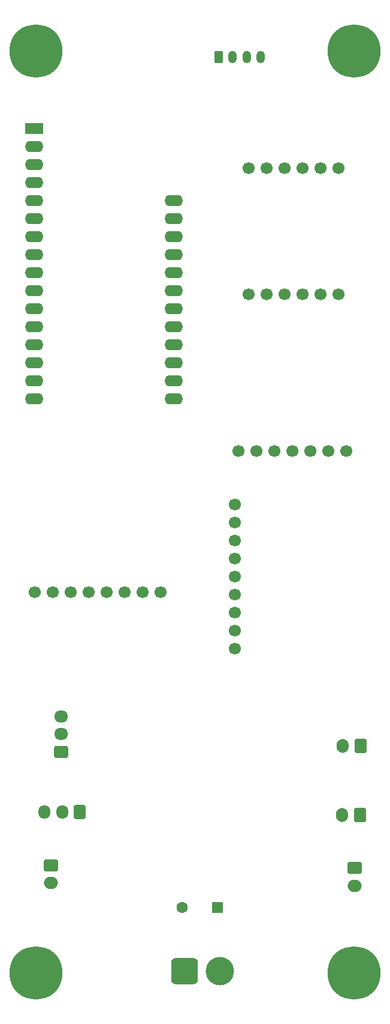
<source format=gbr>
%TF.GenerationSoftware,KiCad,Pcbnew,9.0.1*%
%TF.CreationDate,2025-04-21T23:50:45-04:00*%
%TF.ProjectId,2025SIMPLETVC,32303235-5349-44d5-904c-455456432e6b,rev?*%
%TF.SameCoordinates,Original*%
%TF.FileFunction,Soldermask,Top*%
%TF.FilePolarity,Negative*%
%FSLAX46Y46*%
G04 Gerber Fmt 4.6, Leading zero omitted, Abs format (unit mm)*
G04 Created by KiCad (PCBNEW 9.0.1) date 2025-04-21 23:50:45*
%MOMM*%
%LPD*%
G01*
G04 APERTURE LIST*
G04 Aperture macros list*
%AMRoundRect*
0 Rectangle with rounded corners*
0 $1 Rounding radius*
0 $2 $3 $4 $5 $6 $7 $8 $9 X,Y pos of 4 corners*
0 Add a 4 corners polygon primitive as box body*
4,1,4,$2,$3,$4,$5,$6,$7,$8,$9,$2,$3,0*
0 Add four circle primitives for the rounded corners*
1,1,$1+$1,$2,$3*
1,1,$1+$1,$4,$5*
1,1,$1+$1,$6,$7*
1,1,$1+$1,$8,$9*
0 Add four rect primitives between the rounded corners*
20,1,$1+$1,$2,$3,$4,$5,0*
20,1,$1+$1,$4,$5,$6,$7,0*
20,1,$1+$1,$6,$7,$8,$9,0*
20,1,$1+$1,$8,$9,$2,$3,0*%
G04 Aperture macros list end*
%ADD10C,4.700000*%
%ADD11C,7.500000*%
%ADD12RoundRect,0.250000X0.600000X0.750000X-0.600000X0.750000X-0.600000X-0.750000X0.600000X-0.750000X0*%
%ADD13O,1.700000X2.000000*%
%ADD14RoundRect,0.760000X-1.140000X-1.140000X1.140000X-1.140000X1.140000X1.140000X-1.140000X1.140000X0*%
%ADD15C,4.000000*%
%ADD16C,1.700000*%
%ADD17R,1.600000X1.600000*%
%ADD18C,1.600000*%
%ADD19RoundRect,0.250000X-0.750000X0.600000X-0.750000X-0.600000X0.750000X-0.600000X0.750000X0.600000X0*%
%ADD20O,2.000000X1.700000*%
%ADD21RoundRect,0.250000X0.725000X-0.600000X0.725000X0.600000X-0.725000X0.600000X-0.725000X-0.600000X0*%
%ADD22O,1.950000X1.700000*%
%ADD23RoundRect,0.250000X-0.350000X-0.625000X0.350000X-0.625000X0.350000X0.625000X-0.350000X0.625000X0*%
%ADD24O,1.200000X1.750000*%
%ADD25RoundRect,0.250000X0.600000X0.725000X-0.600000X0.725000X-0.600000X-0.725000X0.600000X-0.725000X0*%
%ADD26O,1.700000X1.950000*%
%ADD27RoundRect,0.250000X-1.050000X-0.550000X1.050000X-0.550000X1.050000X0.550000X-1.050000X0.550000X0*%
%ADD28O,2.600000X1.600000*%
G04 APERTURE END LIST*
D10*
%TO.C,H3*%
X130500000Y-25000000D03*
D11*
X130500000Y-25000000D03*
%TD*%
D10*
%TO.C,H4*%
X175500000Y-25000000D03*
D11*
X175500000Y-25000000D03*
%TD*%
D12*
%TO.C,J8*%
X176400000Y-123000000D03*
D13*
X173900000Y-123000000D03*
%TD*%
D10*
%TO.C,H1*%
X130500000Y-155000000D03*
D11*
X130500000Y-155000000D03*
%TD*%
D14*
%TO.C,J10*%
X151500000Y-154700000D03*
D15*
X156500000Y-154700000D03*
%TD*%
D16*
%TO.C,U2*%
X160550000Y-59290000D03*
X163090000Y-59290000D03*
X165630000Y-59290000D03*
X168170000Y-59290000D03*
X170710000Y-59290000D03*
X173250000Y-59290000D03*
X160550000Y-41510000D03*
X163090000Y-41510000D03*
X165630000Y-41510000D03*
X168170000Y-41510000D03*
X170710000Y-41510000D03*
X173250000Y-41510000D03*
%TD*%
D17*
%TO.C,C1*%
X156202651Y-145800000D03*
D18*
X151202651Y-145800000D03*
%TD*%
D19*
%TO.C,J5*%
X175600000Y-140200000D03*
D20*
X175600000Y-142700000D03*
%TD*%
D19*
%TO.C,J4*%
X132600000Y-139800000D03*
D20*
X132600000Y-142300000D03*
%TD*%
D21*
%TO.C,J2*%
X134075000Y-123800000D03*
D22*
X134075000Y-121300000D03*
X134075000Y-118800000D03*
%TD*%
D23*
%TO.C,J7*%
X156300000Y-25900000D03*
D24*
X158300000Y-25900000D03*
X160300000Y-25900000D03*
X162300000Y-25900000D03*
%TD*%
D16*
%TO.C,U7*%
X159130000Y-81450000D03*
X161670000Y-81450000D03*
X164210000Y-81450000D03*
X166750000Y-81450000D03*
X169290000Y-81450000D03*
X171830000Y-81450000D03*
X174370000Y-81450000D03*
%TD*%
%TO.C,U3*%
X158610000Y-88940000D03*
X158610000Y-91480000D03*
X158610000Y-94020000D03*
X158610000Y-96560000D03*
X158610000Y-99100000D03*
X158610000Y-101640000D03*
X158610000Y-104180000D03*
X158610000Y-106720000D03*
X158610000Y-109260000D03*
%TD*%
D10*
%TO.C,H2*%
X175500000Y-155000000D03*
D11*
X175500000Y-155000000D03*
%TD*%
D16*
%TO.C,U4*%
X130320000Y-101300000D03*
X132860000Y-101300000D03*
X135400000Y-101300000D03*
X137940000Y-101300000D03*
X140480000Y-101300000D03*
X143020000Y-101300000D03*
X145560000Y-101300000D03*
X148100000Y-101300000D03*
%TD*%
D12*
%TO.C,J6*%
X176300000Y-132700000D03*
D13*
X173800000Y-132700000D03*
%TD*%
D25*
%TO.C,J3*%
X136700000Y-132300000D03*
D26*
X134200000Y-132300000D03*
X131700000Y-132300000D03*
%TD*%
D27*
%TO.C,A1*%
X130247500Y-35950000D03*
D28*
X130247500Y-38490000D03*
X130247500Y-41030000D03*
X130247500Y-43570000D03*
X130247500Y-46110000D03*
X130247500Y-48650000D03*
X130247500Y-51190000D03*
X130247500Y-53730000D03*
X130247500Y-56270000D03*
X130247500Y-58810000D03*
X130247500Y-61350000D03*
X130247500Y-63890000D03*
X130247500Y-66430000D03*
X130247500Y-68970000D03*
X130247500Y-71510000D03*
X130247500Y-74050000D03*
X149967500Y-74050000D03*
X149967500Y-71510000D03*
X149967500Y-68970000D03*
X149967500Y-66430000D03*
X149967500Y-63890000D03*
X149967500Y-61350000D03*
X149967500Y-58810000D03*
X149967500Y-56270000D03*
X149967500Y-53730000D03*
X149967500Y-51190000D03*
X149967500Y-48650000D03*
X149967500Y-46110000D03*
%TD*%
M02*

</source>
